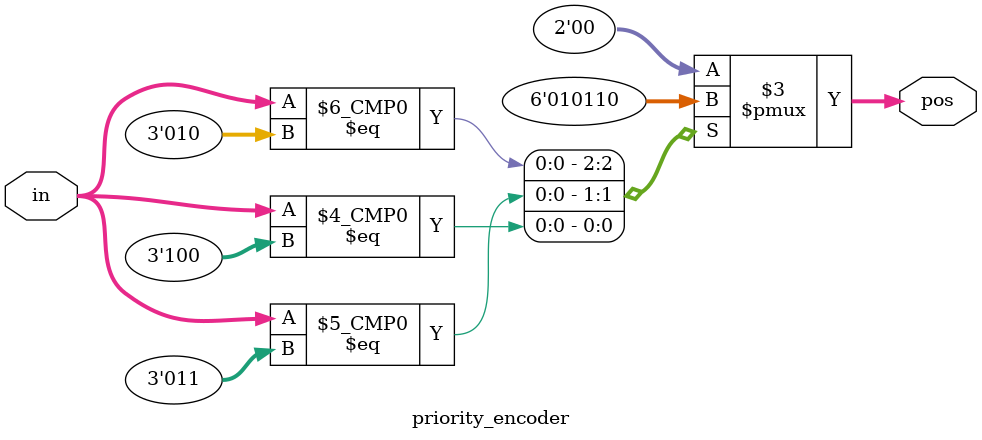
<source format=v>
module priority_encoder( 
input [2:0] in,
output reg [1:0] pos ); 
// When sel=1, assign b to out
always @ ( * )
casex ( in )
3'b000 : pos = 2'd0;
3'b001 : pos = 2'd0;
3'b010 : pos = 2'd1;
3'b011 : pos = 2'd1;
3'b100 : pos = 2'd2;
default : pos = 2'd0;
endcase
endmodule

</source>
